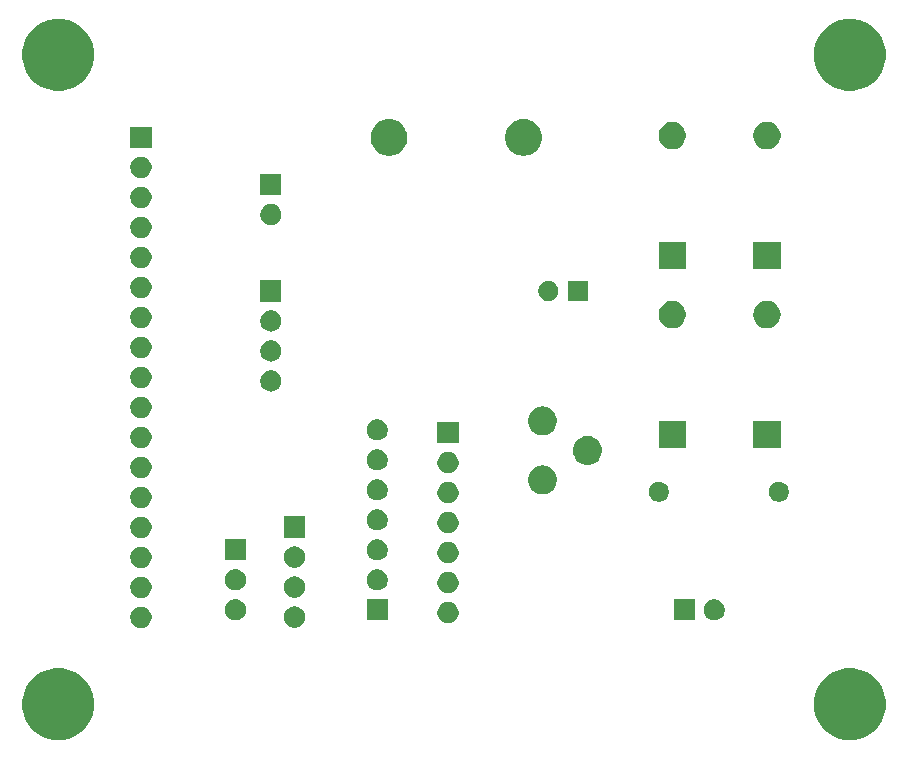
<source format=gbr>
G04 #@! TF.GenerationSoftware,KiCad,Pcbnew,(5.1.5)-3*
G04 #@! TF.CreationDate,2020-04-05T12:45:20+05:30*
G04 #@! TF.ProjectId,Con+fb(v+i),436f6e2b-6662-4287-962b-69292e6b6963,rev?*
G04 #@! TF.SameCoordinates,Original*
G04 #@! TF.FileFunction,Soldermask,Bot*
G04 #@! TF.FilePolarity,Negative*
%FSLAX46Y46*%
G04 Gerber Fmt 4.6, Leading zero omitted, Abs format (unit mm)*
G04 Created by KiCad (PCBNEW (5.1.5)-3) date 2020-04-05 12:45:20*
%MOMM*%
%LPD*%
G04 APERTURE LIST*
%ADD10C,0.100000*%
G04 APERTURE END LIST*
D10*
G36*
X138889943Y-139066248D02*
G01*
X139445189Y-139296238D01*
X139445190Y-139296239D01*
X139944899Y-139630134D01*
X140369866Y-140055101D01*
X140369867Y-140055103D01*
X140703762Y-140554811D01*
X140933752Y-141110057D01*
X141051000Y-141699501D01*
X141051000Y-142300499D01*
X140933752Y-142889943D01*
X140703762Y-143445189D01*
X140703761Y-143445190D01*
X140369866Y-143944899D01*
X139944899Y-144369866D01*
X139693347Y-144537948D01*
X139445189Y-144703762D01*
X138889943Y-144933752D01*
X138300499Y-145051000D01*
X137699501Y-145051000D01*
X137110057Y-144933752D01*
X136554811Y-144703762D01*
X136306653Y-144537948D01*
X136055101Y-144369866D01*
X135630134Y-143944899D01*
X135296239Y-143445190D01*
X135296238Y-143445189D01*
X135066248Y-142889943D01*
X134949000Y-142300499D01*
X134949000Y-141699501D01*
X135066248Y-141110057D01*
X135296238Y-140554811D01*
X135630133Y-140055103D01*
X135630134Y-140055101D01*
X136055101Y-139630134D01*
X136554810Y-139296239D01*
X136554811Y-139296238D01*
X137110057Y-139066248D01*
X137699501Y-138949000D01*
X138300499Y-138949000D01*
X138889943Y-139066248D01*
G37*
G36*
X71889943Y-139066248D02*
G01*
X72445189Y-139296238D01*
X72445190Y-139296239D01*
X72944899Y-139630134D01*
X73369866Y-140055101D01*
X73369867Y-140055103D01*
X73703762Y-140554811D01*
X73933752Y-141110057D01*
X74051000Y-141699501D01*
X74051000Y-142300499D01*
X73933752Y-142889943D01*
X73703762Y-143445189D01*
X73703761Y-143445190D01*
X73369866Y-143944899D01*
X72944899Y-144369866D01*
X72693347Y-144537948D01*
X72445189Y-144703762D01*
X71889943Y-144933752D01*
X71300499Y-145051000D01*
X70699501Y-145051000D01*
X70110057Y-144933752D01*
X69554811Y-144703762D01*
X69306653Y-144537948D01*
X69055101Y-144369866D01*
X68630134Y-143944899D01*
X68296239Y-143445190D01*
X68296238Y-143445189D01*
X68066248Y-142889943D01*
X67949000Y-142300499D01*
X67949000Y-141699501D01*
X68066248Y-141110057D01*
X68296238Y-140554811D01*
X68630133Y-140055103D01*
X68630134Y-140055101D01*
X69055101Y-139630134D01*
X69554810Y-139296239D01*
X69554811Y-139296238D01*
X70110057Y-139066248D01*
X70699501Y-138949000D01*
X71300499Y-138949000D01*
X71889943Y-139066248D01*
G37*
G36*
X78113512Y-133743927D02*
G01*
X78262812Y-133773624D01*
X78426784Y-133841544D01*
X78574354Y-133940147D01*
X78699853Y-134065646D01*
X78798456Y-134213216D01*
X78866376Y-134377188D01*
X78901000Y-134551259D01*
X78901000Y-134728741D01*
X78866376Y-134902812D01*
X78798456Y-135066784D01*
X78699853Y-135214354D01*
X78574354Y-135339853D01*
X78426784Y-135438456D01*
X78262812Y-135506376D01*
X78113512Y-135536073D01*
X78088742Y-135541000D01*
X77911258Y-135541000D01*
X77886488Y-135536073D01*
X77737188Y-135506376D01*
X77573216Y-135438456D01*
X77425646Y-135339853D01*
X77300147Y-135214354D01*
X77201544Y-135066784D01*
X77133624Y-134902812D01*
X77099000Y-134728741D01*
X77099000Y-134551259D01*
X77133624Y-134377188D01*
X77201544Y-134213216D01*
X77300147Y-134065646D01*
X77425646Y-133940147D01*
X77573216Y-133841544D01*
X77737188Y-133773624D01*
X77886488Y-133743927D01*
X77911258Y-133739000D01*
X78088742Y-133739000D01*
X78113512Y-133743927D01*
G37*
G36*
X91113512Y-133723927D02*
G01*
X91262812Y-133753624D01*
X91426784Y-133821544D01*
X91574354Y-133920147D01*
X91699853Y-134045646D01*
X91798456Y-134193216D01*
X91866376Y-134357188D01*
X91901000Y-134531259D01*
X91901000Y-134708741D01*
X91866376Y-134882812D01*
X91798456Y-135046784D01*
X91699853Y-135194354D01*
X91574354Y-135319853D01*
X91426784Y-135418456D01*
X91262812Y-135486376D01*
X91113512Y-135516073D01*
X91088742Y-135521000D01*
X90911258Y-135521000D01*
X90886488Y-135516073D01*
X90737188Y-135486376D01*
X90573216Y-135418456D01*
X90425646Y-135319853D01*
X90300147Y-135194354D01*
X90201544Y-135046784D01*
X90133624Y-134882812D01*
X90099000Y-134708741D01*
X90099000Y-134531259D01*
X90133624Y-134357188D01*
X90201544Y-134193216D01*
X90300147Y-134045646D01*
X90425646Y-133920147D01*
X90573216Y-133821544D01*
X90737188Y-133753624D01*
X90886488Y-133723927D01*
X90911258Y-133719000D01*
X91088742Y-133719000D01*
X91113512Y-133723927D01*
G37*
G36*
X104113512Y-133343927D02*
G01*
X104262812Y-133373624D01*
X104426784Y-133441544D01*
X104574354Y-133540147D01*
X104699853Y-133665646D01*
X104798456Y-133813216D01*
X104866376Y-133977188D01*
X104901000Y-134151259D01*
X104901000Y-134328741D01*
X104866376Y-134502812D01*
X104798456Y-134666784D01*
X104699853Y-134814354D01*
X104574354Y-134939853D01*
X104426784Y-135038456D01*
X104262812Y-135106376D01*
X104113512Y-135136073D01*
X104088742Y-135141000D01*
X103911258Y-135141000D01*
X103886488Y-135136073D01*
X103737188Y-135106376D01*
X103573216Y-135038456D01*
X103425646Y-134939853D01*
X103300147Y-134814354D01*
X103201544Y-134666784D01*
X103133624Y-134502812D01*
X103099000Y-134328741D01*
X103099000Y-134151259D01*
X103133624Y-133977188D01*
X103201544Y-133813216D01*
X103300147Y-133665646D01*
X103425646Y-133540147D01*
X103573216Y-133441544D01*
X103737188Y-133373624D01*
X103886488Y-133343927D01*
X103911258Y-133339000D01*
X104088742Y-133339000D01*
X104113512Y-133343927D01*
G37*
G36*
X126653512Y-133103927D02*
G01*
X126802812Y-133133624D01*
X126966784Y-133201544D01*
X127114354Y-133300147D01*
X127239853Y-133425646D01*
X127338456Y-133573216D01*
X127406376Y-133737188D01*
X127441000Y-133911259D01*
X127441000Y-134088741D01*
X127406376Y-134262812D01*
X127338456Y-134426784D01*
X127239853Y-134574354D01*
X127114354Y-134699853D01*
X126966784Y-134798456D01*
X126802812Y-134866376D01*
X126653512Y-134896073D01*
X126628742Y-134901000D01*
X126451258Y-134901000D01*
X126426488Y-134896073D01*
X126277188Y-134866376D01*
X126113216Y-134798456D01*
X125965646Y-134699853D01*
X125840147Y-134574354D01*
X125741544Y-134426784D01*
X125673624Y-134262812D01*
X125639000Y-134088741D01*
X125639000Y-133911259D01*
X125673624Y-133737188D01*
X125741544Y-133573216D01*
X125840147Y-133425646D01*
X125965646Y-133300147D01*
X126113216Y-133201544D01*
X126277188Y-133133624D01*
X126426488Y-133103927D01*
X126451258Y-133099000D01*
X126628742Y-133099000D01*
X126653512Y-133103927D01*
G37*
G36*
X124901000Y-134901000D02*
G01*
X123099000Y-134901000D01*
X123099000Y-133099000D01*
X124901000Y-133099000D01*
X124901000Y-134901000D01*
G37*
G36*
X98901000Y-134901000D02*
G01*
X97099000Y-134901000D01*
X97099000Y-133099000D01*
X98901000Y-133099000D01*
X98901000Y-134901000D01*
G37*
G36*
X86113512Y-133103927D02*
G01*
X86262812Y-133133624D01*
X86426784Y-133201544D01*
X86574354Y-133300147D01*
X86699853Y-133425646D01*
X86798456Y-133573216D01*
X86866376Y-133737188D01*
X86901000Y-133911259D01*
X86901000Y-134088741D01*
X86866376Y-134262812D01*
X86798456Y-134426784D01*
X86699853Y-134574354D01*
X86574354Y-134699853D01*
X86426784Y-134798456D01*
X86262812Y-134866376D01*
X86113512Y-134896073D01*
X86088742Y-134901000D01*
X85911258Y-134901000D01*
X85886488Y-134896073D01*
X85737188Y-134866376D01*
X85573216Y-134798456D01*
X85425646Y-134699853D01*
X85300147Y-134574354D01*
X85201544Y-134426784D01*
X85133624Y-134262812D01*
X85099000Y-134088741D01*
X85099000Y-133911259D01*
X85133624Y-133737188D01*
X85201544Y-133573216D01*
X85300147Y-133425646D01*
X85425646Y-133300147D01*
X85573216Y-133201544D01*
X85737188Y-133133624D01*
X85886488Y-133103927D01*
X85911258Y-133099000D01*
X86088742Y-133099000D01*
X86113512Y-133103927D01*
G37*
G36*
X78113512Y-131203927D02*
G01*
X78262812Y-131233624D01*
X78426784Y-131301544D01*
X78574354Y-131400147D01*
X78699853Y-131525646D01*
X78798456Y-131673216D01*
X78866376Y-131837188D01*
X78901000Y-132011259D01*
X78901000Y-132188741D01*
X78866376Y-132362812D01*
X78798456Y-132526784D01*
X78699853Y-132674354D01*
X78574354Y-132799853D01*
X78426784Y-132898456D01*
X78262812Y-132966376D01*
X78113512Y-132996073D01*
X78088742Y-133001000D01*
X77911258Y-133001000D01*
X77886488Y-132996073D01*
X77737188Y-132966376D01*
X77573216Y-132898456D01*
X77425646Y-132799853D01*
X77300147Y-132674354D01*
X77201544Y-132526784D01*
X77133624Y-132362812D01*
X77099000Y-132188741D01*
X77099000Y-132011259D01*
X77133624Y-131837188D01*
X77201544Y-131673216D01*
X77300147Y-131525646D01*
X77425646Y-131400147D01*
X77573216Y-131301544D01*
X77737188Y-131233624D01*
X77886488Y-131203927D01*
X77911258Y-131199000D01*
X78088742Y-131199000D01*
X78113512Y-131203927D01*
G37*
G36*
X91113512Y-131183927D02*
G01*
X91262812Y-131213624D01*
X91426784Y-131281544D01*
X91574354Y-131380147D01*
X91699853Y-131505646D01*
X91798456Y-131653216D01*
X91866376Y-131817188D01*
X91901000Y-131991259D01*
X91901000Y-132168741D01*
X91866376Y-132342812D01*
X91798456Y-132506784D01*
X91699853Y-132654354D01*
X91574354Y-132779853D01*
X91426784Y-132878456D01*
X91262812Y-132946376D01*
X91113512Y-132976073D01*
X91088742Y-132981000D01*
X90911258Y-132981000D01*
X90886488Y-132976073D01*
X90737188Y-132946376D01*
X90573216Y-132878456D01*
X90425646Y-132779853D01*
X90300147Y-132654354D01*
X90201544Y-132506784D01*
X90133624Y-132342812D01*
X90099000Y-132168741D01*
X90099000Y-131991259D01*
X90133624Y-131817188D01*
X90201544Y-131653216D01*
X90300147Y-131505646D01*
X90425646Y-131380147D01*
X90573216Y-131281544D01*
X90737188Y-131213624D01*
X90886488Y-131183927D01*
X90911258Y-131179000D01*
X91088742Y-131179000D01*
X91113512Y-131183927D01*
G37*
G36*
X104113512Y-130803927D02*
G01*
X104262812Y-130833624D01*
X104426784Y-130901544D01*
X104574354Y-131000147D01*
X104699853Y-131125646D01*
X104798456Y-131273216D01*
X104866376Y-131437188D01*
X104901000Y-131611259D01*
X104901000Y-131788741D01*
X104866376Y-131962812D01*
X104798456Y-132126784D01*
X104699853Y-132274354D01*
X104574354Y-132399853D01*
X104426784Y-132498456D01*
X104262812Y-132566376D01*
X104113512Y-132596073D01*
X104088742Y-132601000D01*
X103911258Y-132601000D01*
X103886488Y-132596073D01*
X103737188Y-132566376D01*
X103573216Y-132498456D01*
X103425646Y-132399853D01*
X103300147Y-132274354D01*
X103201544Y-132126784D01*
X103133624Y-131962812D01*
X103099000Y-131788741D01*
X103099000Y-131611259D01*
X103133624Y-131437188D01*
X103201544Y-131273216D01*
X103300147Y-131125646D01*
X103425646Y-131000147D01*
X103573216Y-130901544D01*
X103737188Y-130833624D01*
X103886488Y-130803927D01*
X103911258Y-130799000D01*
X104088742Y-130799000D01*
X104113512Y-130803927D01*
G37*
G36*
X98113512Y-130563927D02*
G01*
X98262812Y-130593624D01*
X98426784Y-130661544D01*
X98574354Y-130760147D01*
X98699853Y-130885646D01*
X98798456Y-131033216D01*
X98866376Y-131197188D01*
X98901000Y-131371259D01*
X98901000Y-131548741D01*
X98866376Y-131722812D01*
X98798456Y-131886784D01*
X98699853Y-132034354D01*
X98574354Y-132159853D01*
X98426784Y-132258456D01*
X98262812Y-132326376D01*
X98113512Y-132356073D01*
X98088742Y-132361000D01*
X97911258Y-132361000D01*
X97886488Y-132356073D01*
X97737188Y-132326376D01*
X97573216Y-132258456D01*
X97425646Y-132159853D01*
X97300147Y-132034354D01*
X97201544Y-131886784D01*
X97133624Y-131722812D01*
X97099000Y-131548741D01*
X97099000Y-131371259D01*
X97133624Y-131197188D01*
X97201544Y-131033216D01*
X97300147Y-130885646D01*
X97425646Y-130760147D01*
X97573216Y-130661544D01*
X97737188Y-130593624D01*
X97886488Y-130563927D01*
X97911258Y-130559000D01*
X98088742Y-130559000D01*
X98113512Y-130563927D01*
G37*
G36*
X86113512Y-130563927D02*
G01*
X86262812Y-130593624D01*
X86426784Y-130661544D01*
X86574354Y-130760147D01*
X86699853Y-130885646D01*
X86798456Y-131033216D01*
X86866376Y-131197188D01*
X86901000Y-131371259D01*
X86901000Y-131548741D01*
X86866376Y-131722812D01*
X86798456Y-131886784D01*
X86699853Y-132034354D01*
X86574354Y-132159853D01*
X86426784Y-132258456D01*
X86262812Y-132326376D01*
X86113512Y-132356073D01*
X86088742Y-132361000D01*
X85911258Y-132361000D01*
X85886488Y-132356073D01*
X85737188Y-132326376D01*
X85573216Y-132258456D01*
X85425646Y-132159853D01*
X85300147Y-132034354D01*
X85201544Y-131886784D01*
X85133624Y-131722812D01*
X85099000Y-131548741D01*
X85099000Y-131371259D01*
X85133624Y-131197188D01*
X85201544Y-131033216D01*
X85300147Y-130885646D01*
X85425646Y-130760147D01*
X85573216Y-130661544D01*
X85737188Y-130593624D01*
X85886488Y-130563927D01*
X85911258Y-130559000D01*
X86088742Y-130559000D01*
X86113512Y-130563927D01*
G37*
G36*
X78113512Y-128663927D02*
G01*
X78262812Y-128693624D01*
X78426784Y-128761544D01*
X78574354Y-128860147D01*
X78699853Y-128985646D01*
X78798456Y-129133216D01*
X78866376Y-129297188D01*
X78901000Y-129471259D01*
X78901000Y-129648741D01*
X78866376Y-129822812D01*
X78798456Y-129986784D01*
X78699853Y-130134354D01*
X78574354Y-130259853D01*
X78426784Y-130358456D01*
X78262812Y-130426376D01*
X78113512Y-130456073D01*
X78088742Y-130461000D01*
X77911258Y-130461000D01*
X77886488Y-130456073D01*
X77737188Y-130426376D01*
X77573216Y-130358456D01*
X77425646Y-130259853D01*
X77300147Y-130134354D01*
X77201544Y-129986784D01*
X77133624Y-129822812D01*
X77099000Y-129648741D01*
X77099000Y-129471259D01*
X77133624Y-129297188D01*
X77201544Y-129133216D01*
X77300147Y-128985646D01*
X77425646Y-128860147D01*
X77573216Y-128761544D01*
X77737188Y-128693624D01*
X77886488Y-128663927D01*
X77911258Y-128659000D01*
X78088742Y-128659000D01*
X78113512Y-128663927D01*
G37*
G36*
X91113512Y-128643927D02*
G01*
X91262812Y-128673624D01*
X91426784Y-128741544D01*
X91574354Y-128840147D01*
X91699853Y-128965646D01*
X91798456Y-129113216D01*
X91866376Y-129277188D01*
X91901000Y-129451259D01*
X91901000Y-129628741D01*
X91866376Y-129802812D01*
X91798456Y-129966784D01*
X91699853Y-130114354D01*
X91574354Y-130239853D01*
X91426784Y-130338456D01*
X91262812Y-130406376D01*
X91113512Y-130436073D01*
X91088742Y-130441000D01*
X90911258Y-130441000D01*
X90886488Y-130436073D01*
X90737188Y-130406376D01*
X90573216Y-130338456D01*
X90425646Y-130239853D01*
X90300147Y-130114354D01*
X90201544Y-129966784D01*
X90133624Y-129802812D01*
X90099000Y-129628741D01*
X90099000Y-129451259D01*
X90133624Y-129277188D01*
X90201544Y-129113216D01*
X90300147Y-128965646D01*
X90425646Y-128840147D01*
X90573216Y-128741544D01*
X90737188Y-128673624D01*
X90886488Y-128643927D01*
X90911258Y-128639000D01*
X91088742Y-128639000D01*
X91113512Y-128643927D01*
G37*
G36*
X104113512Y-128263927D02*
G01*
X104262812Y-128293624D01*
X104426784Y-128361544D01*
X104574354Y-128460147D01*
X104699853Y-128585646D01*
X104798456Y-128733216D01*
X104866376Y-128897188D01*
X104901000Y-129071259D01*
X104901000Y-129248741D01*
X104866376Y-129422812D01*
X104798456Y-129586784D01*
X104699853Y-129734354D01*
X104574354Y-129859853D01*
X104426784Y-129958456D01*
X104262812Y-130026376D01*
X104113512Y-130056073D01*
X104088742Y-130061000D01*
X103911258Y-130061000D01*
X103886488Y-130056073D01*
X103737188Y-130026376D01*
X103573216Y-129958456D01*
X103425646Y-129859853D01*
X103300147Y-129734354D01*
X103201544Y-129586784D01*
X103133624Y-129422812D01*
X103099000Y-129248741D01*
X103099000Y-129071259D01*
X103133624Y-128897188D01*
X103201544Y-128733216D01*
X103300147Y-128585646D01*
X103425646Y-128460147D01*
X103573216Y-128361544D01*
X103737188Y-128293624D01*
X103886488Y-128263927D01*
X103911258Y-128259000D01*
X104088742Y-128259000D01*
X104113512Y-128263927D01*
G37*
G36*
X86901000Y-129821000D02*
G01*
X85099000Y-129821000D01*
X85099000Y-128019000D01*
X86901000Y-128019000D01*
X86901000Y-129821000D01*
G37*
G36*
X98113512Y-128023927D02*
G01*
X98262812Y-128053624D01*
X98426784Y-128121544D01*
X98574354Y-128220147D01*
X98699853Y-128345646D01*
X98798456Y-128493216D01*
X98866376Y-128657188D01*
X98901000Y-128831259D01*
X98901000Y-129008741D01*
X98866376Y-129182812D01*
X98798456Y-129346784D01*
X98699853Y-129494354D01*
X98574354Y-129619853D01*
X98426784Y-129718456D01*
X98262812Y-129786376D01*
X98113512Y-129816073D01*
X98088742Y-129821000D01*
X97911258Y-129821000D01*
X97886488Y-129816073D01*
X97737188Y-129786376D01*
X97573216Y-129718456D01*
X97425646Y-129619853D01*
X97300147Y-129494354D01*
X97201544Y-129346784D01*
X97133624Y-129182812D01*
X97099000Y-129008741D01*
X97099000Y-128831259D01*
X97133624Y-128657188D01*
X97201544Y-128493216D01*
X97300147Y-128345646D01*
X97425646Y-128220147D01*
X97573216Y-128121544D01*
X97737188Y-128053624D01*
X97886488Y-128023927D01*
X97911258Y-128019000D01*
X98088742Y-128019000D01*
X98113512Y-128023927D01*
G37*
G36*
X78113512Y-126123927D02*
G01*
X78262812Y-126153624D01*
X78426784Y-126221544D01*
X78574354Y-126320147D01*
X78699853Y-126445646D01*
X78798456Y-126593216D01*
X78866376Y-126757188D01*
X78901000Y-126931259D01*
X78901000Y-127108741D01*
X78866376Y-127282812D01*
X78798456Y-127446784D01*
X78699853Y-127594354D01*
X78574354Y-127719853D01*
X78426784Y-127818456D01*
X78262812Y-127886376D01*
X78113512Y-127916073D01*
X78088742Y-127921000D01*
X77911258Y-127921000D01*
X77886488Y-127916073D01*
X77737188Y-127886376D01*
X77573216Y-127818456D01*
X77425646Y-127719853D01*
X77300147Y-127594354D01*
X77201544Y-127446784D01*
X77133624Y-127282812D01*
X77099000Y-127108741D01*
X77099000Y-126931259D01*
X77133624Y-126757188D01*
X77201544Y-126593216D01*
X77300147Y-126445646D01*
X77425646Y-126320147D01*
X77573216Y-126221544D01*
X77737188Y-126153624D01*
X77886488Y-126123927D01*
X77911258Y-126119000D01*
X78088742Y-126119000D01*
X78113512Y-126123927D01*
G37*
G36*
X91901000Y-127901000D02*
G01*
X90099000Y-127901000D01*
X90099000Y-126099000D01*
X91901000Y-126099000D01*
X91901000Y-127901000D01*
G37*
G36*
X104113512Y-125723927D02*
G01*
X104262812Y-125753624D01*
X104426784Y-125821544D01*
X104574354Y-125920147D01*
X104699853Y-126045646D01*
X104798456Y-126193216D01*
X104866376Y-126357188D01*
X104901000Y-126531259D01*
X104901000Y-126708741D01*
X104866376Y-126882812D01*
X104798456Y-127046784D01*
X104699853Y-127194354D01*
X104574354Y-127319853D01*
X104426784Y-127418456D01*
X104262812Y-127486376D01*
X104113512Y-127516073D01*
X104088742Y-127521000D01*
X103911258Y-127521000D01*
X103886488Y-127516073D01*
X103737188Y-127486376D01*
X103573216Y-127418456D01*
X103425646Y-127319853D01*
X103300147Y-127194354D01*
X103201544Y-127046784D01*
X103133624Y-126882812D01*
X103099000Y-126708741D01*
X103099000Y-126531259D01*
X103133624Y-126357188D01*
X103201544Y-126193216D01*
X103300147Y-126045646D01*
X103425646Y-125920147D01*
X103573216Y-125821544D01*
X103737188Y-125753624D01*
X103886488Y-125723927D01*
X103911258Y-125719000D01*
X104088742Y-125719000D01*
X104113512Y-125723927D01*
G37*
G36*
X98113512Y-125483927D02*
G01*
X98262812Y-125513624D01*
X98426784Y-125581544D01*
X98574354Y-125680147D01*
X98699853Y-125805646D01*
X98798456Y-125953216D01*
X98866376Y-126117188D01*
X98901000Y-126291259D01*
X98901000Y-126468741D01*
X98866376Y-126642812D01*
X98798456Y-126806784D01*
X98699853Y-126954354D01*
X98574354Y-127079853D01*
X98426784Y-127178456D01*
X98262812Y-127246376D01*
X98113512Y-127276073D01*
X98088742Y-127281000D01*
X97911258Y-127281000D01*
X97886488Y-127276073D01*
X97737188Y-127246376D01*
X97573216Y-127178456D01*
X97425646Y-127079853D01*
X97300147Y-126954354D01*
X97201544Y-126806784D01*
X97133624Y-126642812D01*
X97099000Y-126468741D01*
X97099000Y-126291259D01*
X97133624Y-126117188D01*
X97201544Y-125953216D01*
X97300147Y-125805646D01*
X97425646Y-125680147D01*
X97573216Y-125581544D01*
X97737188Y-125513624D01*
X97886488Y-125483927D01*
X97911258Y-125479000D01*
X98088742Y-125479000D01*
X98113512Y-125483927D01*
G37*
G36*
X78113512Y-123583927D02*
G01*
X78262812Y-123613624D01*
X78426784Y-123681544D01*
X78574354Y-123780147D01*
X78699853Y-123905646D01*
X78798456Y-124053216D01*
X78866376Y-124217188D01*
X78901000Y-124391259D01*
X78901000Y-124568741D01*
X78866376Y-124742812D01*
X78798456Y-124906784D01*
X78699853Y-125054354D01*
X78574354Y-125179853D01*
X78426784Y-125278456D01*
X78262812Y-125346376D01*
X78113512Y-125376073D01*
X78088742Y-125381000D01*
X77911258Y-125381000D01*
X77886488Y-125376073D01*
X77737188Y-125346376D01*
X77573216Y-125278456D01*
X77425646Y-125179853D01*
X77300147Y-125054354D01*
X77201544Y-124906784D01*
X77133624Y-124742812D01*
X77099000Y-124568741D01*
X77099000Y-124391259D01*
X77133624Y-124217188D01*
X77201544Y-124053216D01*
X77300147Y-123905646D01*
X77425646Y-123780147D01*
X77573216Y-123681544D01*
X77737188Y-123613624D01*
X77886488Y-123583927D01*
X77911258Y-123579000D01*
X78088742Y-123579000D01*
X78113512Y-123583927D01*
G37*
G36*
X104113512Y-123183927D02*
G01*
X104262812Y-123213624D01*
X104426784Y-123281544D01*
X104574354Y-123380147D01*
X104699853Y-123505646D01*
X104798456Y-123653216D01*
X104866376Y-123817188D01*
X104896073Y-123966488D01*
X104901000Y-123991258D01*
X104901000Y-124168742D01*
X104896073Y-124193512D01*
X104866376Y-124342812D01*
X104798456Y-124506784D01*
X104699853Y-124654354D01*
X104574354Y-124779853D01*
X104426784Y-124878456D01*
X104262812Y-124946376D01*
X104113512Y-124976073D01*
X104088742Y-124981000D01*
X103911258Y-124981000D01*
X103886488Y-124976073D01*
X103737188Y-124946376D01*
X103573216Y-124878456D01*
X103425646Y-124779853D01*
X103300147Y-124654354D01*
X103201544Y-124506784D01*
X103133624Y-124342812D01*
X103103927Y-124193512D01*
X103099000Y-124168742D01*
X103099000Y-123991258D01*
X103103927Y-123966488D01*
X103133624Y-123817188D01*
X103201544Y-123653216D01*
X103300147Y-123505646D01*
X103425646Y-123380147D01*
X103573216Y-123281544D01*
X103737188Y-123213624D01*
X103886488Y-123183927D01*
X103911258Y-123179000D01*
X104088742Y-123179000D01*
X104113512Y-123183927D01*
G37*
G36*
X132248228Y-123181703D02*
G01*
X132403100Y-123245853D01*
X132542481Y-123338985D01*
X132661015Y-123457519D01*
X132754147Y-123596900D01*
X132818297Y-123751772D01*
X132851000Y-123916184D01*
X132851000Y-124083816D01*
X132818297Y-124248228D01*
X132754147Y-124403100D01*
X132661015Y-124542481D01*
X132542481Y-124661015D01*
X132403100Y-124754147D01*
X132248228Y-124818297D01*
X132083816Y-124851000D01*
X131916184Y-124851000D01*
X131751772Y-124818297D01*
X131596900Y-124754147D01*
X131457519Y-124661015D01*
X131338985Y-124542481D01*
X131245853Y-124403100D01*
X131181703Y-124248228D01*
X131149000Y-124083816D01*
X131149000Y-123916184D01*
X131181703Y-123751772D01*
X131245853Y-123596900D01*
X131338985Y-123457519D01*
X131457519Y-123338985D01*
X131596900Y-123245853D01*
X131751772Y-123181703D01*
X131916184Y-123149000D01*
X132083816Y-123149000D01*
X132248228Y-123181703D01*
G37*
G36*
X122088228Y-123181703D02*
G01*
X122243100Y-123245853D01*
X122382481Y-123338985D01*
X122501015Y-123457519D01*
X122594147Y-123596900D01*
X122658297Y-123751772D01*
X122691000Y-123916184D01*
X122691000Y-124083816D01*
X122658297Y-124248228D01*
X122594147Y-124403100D01*
X122501015Y-124542481D01*
X122382481Y-124661015D01*
X122243100Y-124754147D01*
X122088228Y-124818297D01*
X121923816Y-124851000D01*
X121756184Y-124851000D01*
X121591772Y-124818297D01*
X121436900Y-124754147D01*
X121297519Y-124661015D01*
X121178985Y-124542481D01*
X121085853Y-124403100D01*
X121021703Y-124248228D01*
X120989000Y-124083816D01*
X120989000Y-123916184D01*
X121021703Y-123751772D01*
X121085853Y-123596900D01*
X121178985Y-123457519D01*
X121297519Y-123338985D01*
X121436900Y-123245853D01*
X121591772Y-123181703D01*
X121756184Y-123149000D01*
X121923816Y-123149000D01*
X122088228Y-123181703D01*
G37*
G36*
X98113512Y-122943927D02*
G01*
X98262812Y-122973624D01*
X98426784Y-123041544D01*
X98574354Y-123140147D01*
X98699853Y-123265646D01*
X98798456Y-123413216D01*
X98866376Y-123577188D01*
X98901000Y-123751259D01*
X98901000Y-123928741D01*
X98866376Y-124102812D01*
X98798456Y-124266784D01*
X98699853Y-124414354D01*
X98574354Y-124539853D01*
X98426784Y-124638456D01*
X98262812Y-124706376D01*
X98113512Y-124736073D01*
X98088742Y-124741000D01*
X97911258Y-124741000D01*
X97886488Y-124736073D01*
X97737188Y-124706376D01*
X97573216Y-124638456D01*
X97425646Y-124539853D01*
X97300147Y-124414354D01*
X97201544Y-124266784D01*
X97133624Y-124102812D01*
X97099000Y-123928741D01*
X97099000Y-123751259D01*
X97133624Y-123577188D01*
X97201544Y-123413216D01*
X97300147Y-123265646D01*
X97425646Y-123140147D01*
X97573216Y-123041544D01*
X97737188Y-122973624D01*
X97886488Y-122943927D01*
X97911258Y-122939000D01*
X98088742Y-122939000D01*
X98113512Y-122943927D01*
G37*
G36*
X112238205Y-121802461D02*
G01*
X112356153Y-121825922D01*
X112417319Y-121851258D01*
X112578359Y-121917963D01*
X112778342Y-122051587D01*
X112948413Y-122221658D01*
X113082037Y-122421641D01*
X113120440Y-122514354D01*
X113174078Y-122643847D01*
X113221000Y-122879742D01*
X113221000Y-123120258D01*
X113174078Y-123356153D01*
X113150441Y-123413218D01*
X113082037Y-123578359D01*
X112948413Y-123778342D01*
X112778342Y-123948413D01*
X112578359Y-124082037D01*
X112448194Y-124135953D01*
X112356153Y-124174078D01*
X112120259Y-124221000D01*
X111879741Y-124221000D01*
X111643847Y-124174078D01*
X111551806Y-124135953D01*
X111421641Y-124082037D01*
X111221658Y-123948413D01*
X111051587Y-123778342D01*
X110917963Y-123578359D01*
X110849559Y-123413218D01*
X110825922Y-123356153D01*
X110779000Y-123120258D01*
X110779000Y-122879742D01*
X110825922Y-122643847D01*
X110879560Y-122514354D01*
X110917963Y-122421641D01*
X111051587Y-122221658D01*
X111221658Y-122051587D01*
X111421641Y-121917963D01*
X111582681Y-121851258D01*
X111643847Y-121825922D01*
X111761795Y-121802461D01*
X111879741Y-121779000D01*
X112120259Y-121779000D01*
X112238205Y-121802461D01*
G37*
G36*
X78113512Y-121043927D02*
G01*
X78262812Y-121073624D01*
X78426784Y-121141544D01*
X78574354Y-121240147D01*
X78699853Y-121365646D01*
X78798456Y-121513216D01*
X78866376Y-121677188D01*
X78901000Y-121851259D01*
X78901000Y-122028741D01*
X78866376Y-122202812D01*
X78798456Y-122366784D01*
X78699853Y-122514354D01*
X78574354Y-122639853D01*
X78426784Y-122738456D01*
X78262812Y-122806376D01*
X78113512Y-122836073D01*
X78088742Y-122841000D01*
X77911258Y-122841000D01*
X77886488Y-122836073D01*
X77737188Y-122806376D01*
X77573216Y-122738456D01*
X77425646Y-122639853D01*
X77300147Y-122514354D01*
X77201544Y-122366784D01*
X77133624Y-122202812D01*
X77099000Y-122028741D01*
X77099000Y-121851259D01*
X77133624Y-121677188D01*
X77201544Y-121513216D01*
X77300147Y-121365646D01*
X77425646Y-121240147D01*
X77573216Y-121141544D01*
X77737188Y-121073624D01*
X77886488Y-121043927D01*
X77911258Y-121039000D01*
X78088742Y-121039000D01*
X78113512Y-121043927D01*
G37*
G36*
X104113512Y-120643927D02*
G01*
X104262812Y-120673624D01*
X104426784Y-120741544D01*
X104574354Y-120840147D01*
X104699853Y-120965646D01*
X104798456Y-121113216D01*
X104866376Y-121277188D01*
X104901000Y-121451259D01*
X104901000Y-121628741D01*
X104866376Y-121802812D01*
X104798456Y-121966784D01*
X104699853Y-122114354D01*
X104574354Y-122239853D01*
X104426784Y-122338456D01*
X104262812Y-122406376D01*
X104113512Y-122436073D01*
X104088742Y-122441000D01*
X103911258Y-122441000D01*
X103886488Y-122436073D01*
X103737188Y-122406376D01*
X103573216Y-122338456D01*
X103425646Y-122239853D01*
X103300147Y-122114354D01*
X103201544Y-121966784D01*
X103133624Y-121802812D01*
X103099000Y-121628741D01*
X103099000Y-121451259D01*
X103133624Y-121277188D01*
X103201544Y-121113216D01*
X103300147Y-120965646D01*
X103425646Y-120840147D01*
X103573216Y-120741544D01*
X103737188Y-120673624D01*
X103886488Y-120643927D01*
X103911258Y-120639000D01*
X104088742Y-120639000D01*
X104113512Y-120643927D01*
G37*
G36*
X98113512Y-120403927D02*
G01*
X98262812Y-120433624D01*
X98426784Y-120501544D01*
X98574354Y-120600147D01*
X98699853Y-120725646D01*
X98798456Y-120873216D01*
X98866376Y-121037188D01*
X98901000Y-121211259D01*
X98901000Y-121388741D01*
X98866376Y-121562812D01*
X98798456Y-121726784D01*
X98699853Y-121874354D01*
X98574354Y-121999853D01*
X98426784Y-122098456D01*
X98262812Y-122166376D01*
X98113512Y-122196073D01*
X98088742Y-122201000D01*
X97911258Y-122201000D01*
X97886488Y-122196073D01*
X97737188Y-122166376D01*
X97573216Y-122098456D01*
X97425646Y-121999853D01*
X97300147Y-121874354D01*
X97201544Y-121726784D01*
X97133624Y-121562812D01*
X97099000Y-121388741D01*
X97099000Y-121211259D01*
X97133624Y-121037188D01*
X97201544Y-120873216D01*
X97300147Y-120725646D01*
X97425646Y-120600147D01*
X97573216Y-120501544D01*
X97737188Y-120433624D01*
X97886488Y-120403927D01*
X97911258Y-120399000D01*
X98088742Y-120399000D01*
X98113512Y-120403927D01*
G37*
G36*
X116038205Y-119302461D02*
G01*
X116156153Y-119325922D01*
X116176509Y-119334354D01*
X116378359Y-119417963D01*
X116578342Y-119551587D01*
X116748413Y-119721658D01*
X116882037Y-119921641D01*
X116903871Y-119974353D01*
X116955855Y-120099852D01*
X116974078Y-120143848D01*
X117007327Y-120311000D01*
X117021000Y-120379742D01*
X117021000Y-120620258D01*
X116977262Y-120840148D01*
X116974078Y-120856152D01*
X116882037Y-121078359D01*
X116748413Y-121278342D01*
X116578342Y-121448413D01*
X116378359Y-121582037D01*
X116265605Y-121628741D01*
X116156153Y-121674078D01*
X115920259Y-121721000D01*
X115679741Y-121721000D01*
X115443847Y-121674078D01*
X115334395Y-121628741D01*
X115221641Y-121582037D01*
X115021658Y-121448413D01*
X114851587Y-121278342D01*
X114717963Y-121078359D01*
X114625922Y-120856152D01*
X114622739Y-120840148D01*
X114579000Y-120620258D01*
X114579000Y-120379742D01*
X114592674Y-120311000D01*
X114625922Y-120143848D01*
X114644146Y-120099852D01*
X114696129Y-119974353D01*
X114717963Y-119921641D01*
X114851587Y-119721658D01*
X115021658Y-119551587D01*
X115221641Y-119417963D01*
X115423491Y-119334354D01*
X115443847Y-119325922D01*
X115561795Y-119302461D01*
X115679741Y-119279000D01*
X115920259Y-119279000D01*
X116038205Y-119302461D01*
G37*
G36*
X124151000Y-120311000D02*
G01*
X121849000Y-120311000D01*
X121849000Y-118009000D01*
X124151000Y-118009000D01*
X124151000Y-120311000D01*
G37*
G36*
X132151000Y-120311000D02*
G01*
X129849000Y-120311000D01*
X129849000Y-118009000D01*
X132151000Y-118009000D01*
X132151000Y-120311000D01*
G37*
G36*
X78113512Y-118503927D02*
G01*
X78262812Y-118533624D01*
X78426784Y-118601544D01*
X78574354Y-118700147D01*
X78699853Y-118825646D01*
X78798456Y-118973216D01*
X78866376Y-119137188D01*
X78901000Y-119311259D01*
X78901000Y-119488741D01*
X78866376Y-119662812D01*
X78798456Y-119826784D01*
X78699853Y-119974354D01*
X78574354Y-120099853D01*
X78426784Y-120198456D01*
X78262812Y-120266376D01*
X78113512Y-120296073D01*
X78088742Y-120301000D01*
X77911258Y-120301000D01*
X77886488Y-120296073D01*
X77737188Y-120266376D01*
X77573216Y-120198456D01*
X77425646Y-120099853D01*
X77300147Y-119974354D01*
X77201544Y-119826784D01*
X77133624Y-119662812D01*
X77099000Y-119488741D01*
X77099000Y-119311259D01*
X77133624Y-119137188D01*
X77201544Y-118973216D01*
X77300147Y-118825646D01*
X77425646Y-118700147D01*
X77573216Y-118601544D01*
X77737188Y-118533624D01*
X77886488Y-118503927D01*
X77911258Y-118499000D01*
X78088742Y-118499000D01*
X78113512Y-118503927D01*
G37*
G36*
X104901000Y-119901000D02*
G01*
X103099000Y-119901000D01*
X103099000Y-118099000D01*
X104901000Y-118099000D01*
X104901000Y-119901000D01*
G37*
G36*
X98113512Y-117863927D02*
G01*
X98262812Y-117893624D01*
X98426784Y-117961544D01*
X98574354Y-118060147D01*
X98699853Y-118185646D01*
X98798456Y-118333216D01*
X98866376Y-118497188D01*
X98901000Y-118671259D01*
X98901000Y-118848741D01*
X98866376Y-119022812D01*
X98798456Y-119186784D01*
X98699853Y-119334354D01*
X98574354Y-119459853D01*
X98426784Y-119558456D01*
X98262812Y-119626376D01*
X98113512Y-119656073D01*
X98088742Y-119661000D01*
X97911258Y-119661000D01*
X97886488Y-119656073D01*
X97737188Y-119626376D01*
X97573216Y-119558456D01*
X97425646Y-119459853D01*
X97300147Y-119334354D01*
X97201544Y-119186784D01*
X97133624Y-119022812D01*
X97099000Y-118848741D01*
X97099000Y-118671259D01*
X97133624Y-118497188D01*
X97201544Y-118333216D01*
X97300147Y-118185646D01*
X97425646Y-118060147D01*
X97573216Y-117961544D01*
X97737188Y-117893624D01*
X97886488Y-117863927D01*
X97911258Y-117859000D01*
X98088742Y-117859000D01*
X98113512Y-117863927D01*
G37*
G36*
X112238205Y-116802461D02*
G01*
X112356153Y-116825922D01*
X112448194Y-116864047D01*
X112578359Y-116917963D01*
X112778342Y-117051587D01*
X112948413Y-117221658D01*
X113082037Y-117421641D01*
X113174078Y-117643848D01*
X113221000Y-117879741D01*
X113221000Y-118120259D01*
X113174078Y-118356152D01*
X113082037Y-118578359D01*
X112948413Y-118778342D01*
X112778342Y-118948413D01*
X112578359Y-119082037D01*
X112448194Y-119135953D01*
X112356153Y-119174078D01*
X112292285Y-119186782D01*
X112120259Y-119221000D01*
X111879741Y-119221000D01*
X111707715Y-119186782D01*
X111643847Y-119174078D01*
X111551806Y-119135953D01*
X111421641Y-119082037D01*
X111221658Y-118948413D01*
X111051587Y-118778342D01*
X110917963Y-118578359D01*
X110825922Y-118356152D01*
X110779000Y-118120259D01*
X110779000Y-117879741D01*
X110825922Y-117643848D01*
X110917963Y-117421641D01*
X111051587Y-117221658D01*
X111221658Y-117051587D01*
X111421641Y-116917963D01*
X111551806Y-116864047D01*
X111643847Y-116825922D01*
X111761795Y-116802461D01*
X111879741Y-116779000D01*
X112120259Y-116779000D01*
X112238205Y-116802461D01*
G37*
G36*
X78113512Y-115963927D02*
G01*
X78262812Y-115993624D01*
X78426784Y-116061544D01*
X78574354Y-116160147D01*
X78699853Y-116285646D01*
X78798456Y-116433216D01*
X78866376Y-116597188D01*
X78901000Y-116771259D01*
X78901000Y-116948741D01*
X78866376Y-117122812D01*
X78798456Y-117286784D01*
X78699853Y-117434354D01*
X78574354Y-117559853D01*
X78426784Y-117658456D01*
X78262812Y-117726376D01*
X78113512Y-117756073D01*
X78088742Y-117761000D01*
X77911258Y-117761000D01*
X77886488Y-117756073D01*
X77737188Y-117726376D01*
X77573216Y-117658456D01*
X77425646Y-117559853D01*
X77300147Y-117434354D01*
X77201544Y-117286784D01*
X77133624Y-117122812D01*
X77099000Y-116948741D01*
X77099000Y-116771259D01*
X77133624Y-116597188D01*
X77201544Y-116433216D01*
X77300147Y-116285646D01*
X77425646Y-116160147D01*
X77573216Y-116061544D01*
X77737188Y-115993624D01*
X77886488Y-115963927D01*
X77911258Y-115959000D01*
X78088742Y-115959000D01*
X78113512Y-115963927D01*
G37*
G36*
X89113512Y-113723927D02*
G01*
X89262812Y-113753624D01*
X89426784Y-113821544D01*
X89574354Y-113920147D01*
X89699853Y-114045646D01*
X89798456Y-114193216D01*
X89866376Y-114357188D01*
X89901000Y-114531259D01*
X89901000Y-114708741D01*
X89866376Y-114882812D01*
X89798456Y-115046784D01*
X89699853Y-115194354D01*
X89574354Y-115319853D01*
X89426784Y-115418456D01*
X89262812Y-115486376D01*
X89113512Y-115516073D01*
X89088742Y-115521000D01*
X88911258Y-115521000D01*
X88886488Y-115516073D01*
X88737188Y-115486376D01*
X88573216Y-115418456D01*
X88425646Y-115319853D01*
X88300147Y-115194354D01*
X88201544Y-115046784D01*
X88133624Y-114882812D01*
X88099000Y-114708741D01*
X88099000Y-114531259D01*
X88133624Y-114357188D01*
X88201544Y-114193216D01*
X88300147Y-114045646D01*
X88425646Y-113920147D01*
X88573216Y-113821544D01*
X88737188Y-113753624D01*
X88886488Y-113723927D01*
X88911258Y-113719000D01*
X89088742Y-113719000D01*
X89113512Y-113723927D01*
G37*
G36*
X78113512Y-113423927D02*
G01*
X78262812Y-113453624D01*
X78426784Y-113521544D01*
X78574354Y-113620147D01*
X78699853Y-113745646D01*
X78798456Y-113893216D01*
X78866376Y-114057188D01*
X78901000Y-114231259D01*
X78901000Y-114408741D01*
X78866376Y-114582812D01*
X78798456Y-114746784D01*
X78699853Y-114894354D01*
X78574354Y-115019853D01*
X78426784Y-115118456D01*
X78262812Y-115186376D01*
X78113512Y-115216073D01*
X78088742Y-115221000D01*
X77911258Y-115221000D01*
X77886488Y-115216073D01*
X77737188Y-115186376D01*
X77573216Y-115118456D01*
X77425646Y-115019853D01*
X77300147Y-114894354D01*
X77201544Y-114746784D01*
X77133624Y-114582812D01*
X77099000Y-114408741D01*
X77099000Y-114231259D01*
X77133624Y-114057188D01*
X77201544Y-113893216D01*
X77300147Y-113745646D01*
X77425646Y-113620147D01*
X77573216Y-113521544D01*
X77737188Y-113453624D01*
X77886488Y-113423927D01*
X77911258Y-113419000D01*
X78088742Y-113419000D01*
X78113512Y-113423927D01*
G37*
G36*
X89113512Y-111183927D02*
G01*
X89262812Y-111213624D01*
X89426784Y-111281544D01*
X89574354Y-111380147D01*
X89699853Y-111505646D01*
X89798456Y-111653216D01*
X89866376Y-111817188D01*
X89901000Y-111991259D01*
X89901000Y-112168741D01*
X89866376Y-112342812D01*
X89798456Y-112506784D01*
X89699853Y-112654354D01*
X89574354Y-112779853D01*
X89426784Y-112878456D01*
X89262812Y-112946376D01*
X89113512Y-112976073D01*
X89088742Y-112981000D01*
X88911258Y-112981000D01*
X88886488Y-112976073D01*
X88737188Y-112946376D01*
X88573216Y-112878456D01*
X88425646Y-112779853D01*
X88300147Y-112654354D01*
X88201544Y-112506784D01*
X88133624Y-112342812D01*
X88099000Y-112168741D01*
X88099000Y-111991259D01*
X88133624Y-111817188D01*
X88201544Y-111653216D01*
X88300147Y-111505646D01*
X88425646Y-111380147D01*
X88573216Y-111281544D01*
X88737188Y-111213624D01*
X88886488Y-111183927D01*
X88911258Y-111179000D01*
X89088742Y-111179000D01*
X89113512Y-111183927D01*
G37*
G36*
X78113512Y-110883927D02*
G01*
X78262812Y-110913624D01*
X78426784Y-110981544D01*
X78574354Y-111080147D01*
X78699853Y-111205646D01*
X78798456Y-111353216D01*
X78866376Y-111517188D01*
X78901000Y-111691259D01*
X78901000Y-111868741D01*
X78866376Y-112042812D01*
X78798456Y-112206784D01*
X78699853Y-112354354D01*
X78574354Y-112479853D01*
X78426784Y-112578456D01*
X78262812Y-112646376D01*
X78113512Y-112676073D01*
X78088742Y-112681000D01*
X77911258Y-112681000D01*
X77886488Y-112676073D01*
X77737188Y-112646376D01*
X77573216Y-112578456D01*
X77425646Y-112479853D01*
X77300147Y-112354354D01*
X77201544Y-112206784D01*
X77133624Y-112042812D01*
X77099000Y-111868741D01*
X77099000Y-111691259D01*
X77133624Y-111517188D01*
X77201544Y-111353216D01*
X77300147Y-111205646D01*
X77425646Y-111080147D01*
X77573216Y-110981544D01*
X77737188Y-110913624D01*
X77886488Y-110883927D01*
X77911258Y-110879000D01*
X78088742Y-110879000D01*
X78113512Y-110883927D01*
G37*
G36*
X89113512Y-108643927D02*
G01*
X89262812Y-108673624D01*
X89426784Y-108741544D01*
X89574354Y-108840147D01*
X89699853Y-108965646D01*
X89798456Y-109113216D01*
X89866376Y-109277188D01*
X89901000Y-109451259D01*
X89901000Y-109628741D01*
X89866376Y-109802812D01*
X89798456Y-109966784D01*
X89699853Y-110114354D01*
X89574354Y-110239853D01*
X89426784Y-110338456D01*
X89262812Y-110406376D01*
X89113512Y-110436073D01*
X89088742Y-110441000D01*
X88911258Y-110441000D01*
X88886488Y-110436073D01*
X88737188Y-110406376D01*
X88573216Y-110338456D01*
X88425646Y-110239853D01*
X88300147Y-110114354D01*
X88201544Y-109966784D01*
X88133624Y-109802812D01*
X88099000Y-109628741D01*
X88099000Y-109451259D01*
X88133624Y-109277188D01*
X88201544Y-109113216D01*
X88300147Y-108965646D01*
X88425646Y-108840147D01*
X88573216Y-108741544D01*
X88737188Y-108673624D01*
X88886488Y-108643927D01*
X88911258Y-108639000D01*
X89088742Y-108639000D01*
X89113512Y-108643927D01*
G37*
G36*
X123224549Y-107871116D02*
G01*
X123335734Y-107893232D01*
X123545203Y-107979997D01*
X123733720Y-108105960D01*
X123894040Y-108266280D01*
X124020003Y-108454797D01*
X124106768Y-108664266D01*
X124128884Y-108775451D01*
X124151000Y-108886635D01*
X124151000Y-109113365D01*
X124143462Y-109151259D01*
X124106768Y-109335734D01*
X124020003Y-109545203D01*
X123894040Y-109733720D01*
X123733720Y-109894040D01*
X123545203Y-110020003D01*
X123335734Y-110106768D01*
X123297596Y-110114354D01*
X123113365Y-110151000D01*
X122886635Y-110151000D01*
X122702404Y-110114354D01*
X122664266Y-110106768D01*
X122454797Y-110020003D01*
X122266280Y-109894040D01*
X122105960Y-109733720D01*
X121979997Y-109545203D01*
X121893232Y-109335734D01*
X121856538Y-109151259D01*
X121849000Y-109113365D01*
X121849000Y-108886635D01*
X121871116Y-108775451D01*
X121893232Y-108664266D01*
X121979997Y-108454797D01*
X122105960Y-108266280D01*
X122266280Y-108105960D01*
X122454797Y-107979997D01*
X122664266Y-107893232D01*
X122775451Y-107871116D01*
X122886635Y-107849000D01*
X123113365Y-107849000D01*
X123224549Y-107871116D01*
G37*
G36*
X131224549Y-107871116D02*
G01*
X131335734Y-107893232D01*
X131545203Y-107979997D01*
X131733720Y-108105960D01*
X131894040Y-108266280D01*
X132020003Y-108454797D01*
X132106768Y-108664266D01*
X132128884Y-108775451D01*
X132151000Y-108886635D01*
X132151000Y-109113365D01*
X132143462Y-109151259D01*
X132106768Y-109335734D01*
X132020003Y-109545203D01*
X131894040Y-109733720D01*
X131733720Y-109894040D01*
X131545203Y-110020003D01*
X131335734Y-110106768D01*
X131297596Y-110114354D01*
X131113365Y-110151000D01*
X130886635Y-110151000D01*
X130702404Y-110114354D01*
X130664266Y-110106768D01*
X130454797Y-110020003D01*
X130266280Y-109894040D01*
X130105960Y-109733720D01*
X129979997Y-109545203D01*
X129893232Y-109335734D01*
X129856538Y-109151259D01*
X129849000Y-109113365D01*
X129849000Y-108886635D01*
X129871116Y-108775451D01*
X129893232Y-108664266D01*
X129979997Y-108454797D01*
X130105960Y-108266280D01*
X130266280Y-108105960D01*
X130454797Y-107979997D01*
X130664266Y-107893232D01*
X130775451Y-107871116D01*
X130886635Y-107849000D01*
X131113365Y-107849000D01*
X131224549Y-107871116D01*
G37*
G36*
X78113512Y-108343927D02*
G01*
X78262812Y-108373624D01*
X78426784Y-108441544D01*
X78574354Y-108540147D01*
X78699853Y-108665646D01*
X78798456Y-108813216D01*
X78866376Y-108977188D01*
X78901000Y-109151259D01*
X78901000Y-109328741D01*
X78866376Y-109502812D01*
X78798456Y-109666784D01*
X78699853Y-109814354D01*
X78574354Y-109939853D01*
X78426784Y-110038456D01*
X78262812Y-110106376D01*
X78113512Y-110136073D01*
X78088742Y-110141000D01*
X77911258Y-110141000D01*
X77886488Y-110136073D01*
X77737188Y-110106376D01*
X77573216Y-110038456D01*
X77425646Y-109939853D01*
X77300147Y-109814354D01*
X77201544Y-109666784D01*
X77133624Y-109502812D01*
X77099000Y-109328741D01*
X77099000Y-109151259D01*
X77133624Y-108977188D01*
X77201544Y-108813216D01*
X77300147Y-108665646D01*
X77425646Y-108540147D01*
X77573216Y-108441544D01*
X77737188Y-108373624D01*
X77886488Y-108343927D01*
X77911258Y-108339000D01*
X78088742Y-108339000D01*
X78113512Y-108343927D01*
G37*
G36*
X89901000Y-107901000D02*
G01*
X88099000Y-107901000D01*
X88099000Y-106099000D01*
X89901000Y-106099000D01*
X89901000Y-107901000D01*
G37*
G36*
X112748228Y-106181703D02*
G01*
X112903100Y-106245853D01*
X113042481Y-106338985D01*
X113161015Y-106457519D01*
X113254147Y-106596900D01*
X113318297Y-106751772D01*
X113351000Y-106916184D01*
X113351000Y-107083816D01*
X113318297Y-107248228D01*
X113254147Y-107403100D01*
X113161015Y-107542481D01*
X113042481Y-107661015D01*
X112903100Y-107754147D01*
X112748228Y-107818297D01*
X112583816Y-107851000D01*
X112416184Y-107851000D01*
X112251772Y-107818297D01*
X112096900Y-107754147D01*
X111957519Y-107661015D01*
X111838985Y-107542481D01*
X111745853Y-107403100D01*
X111681703Y-107248228D01*
X111649000Y-107083816D01*
X111649000Y-106916184D01*
X111681703Y-106751772D01*
X111745853Y-106596900D01*
X111838985Y-106457519D01*
X111957519Y-106338985D01*
X112096900Y-106245853D01*
X112251772Y-106181703D01*
X112416184Y-106149000D01*
X112583816Y-106149000D01*
X112748228Y-106181703D01*
G37*
G36*
X115851000Y-107851000D02*
G01*
X114149000Y-107851000D01*
X114149000Y-106149000D01*
X115851000Y-106149000D01*
X115851000Y-107851000D01*
G37*
G36*
X78113512Y-105803927D02*
G01*
X78262812Y-105833624D01*
X78426784Y-105901544D01*
X78574354Y-106000147D01*
X78699853Y-106125646D01*
X78798456Y-106273216D01*
X78866376Y-106437188D01*
X78896073Y-106586488D01*
X78898145Y-106596903D01*
X78901000Y-106611259D01*
X78901000Y-106788741D01*
X78866376Y-106962812D01*
X78798456Y-107126784D01*
X78699853Y-107274354D01*
X78574354Y-107399853D01*
X78426784Y-107498456D01*
X78262812Y-107566376D01*
X78113512Y-107596073D01*
X78088742Y-107601000D01*
X77911258Y-107601000D01*
X77886488Y-107596073D01*
X77737188Y-107566376D01*
X77573216Y-107498456D01*
X77425646Y-107399853D01*
X77300147Y-107274354D01*
X77201544Y-107126784D01*
X77133624Y-106962812D01*
X77099000Y-106788741D01*
X77099000Y-106611259D01*
X77101856Y-106596903D01*
X77103927Y-106586488D01*
X77133624Y-106437188D01*
X77201544Y-106273216D01*
X77300147Y-106125646D01*
X77425646Y-106000147D01*
X77573216Y-105901544D01*
X77737188Y-105833624D01*
X77886488Y-105803927D01*
X77911258Y-105799000D01*
X78088742Y-105799000D01*
X78113512Y-105803927D01*
G37*
G36*
X124151000Y-105151000D02*
G01*
X121849000Y-105151000D01*
X121849000Y-102849000D01*
X124151000Y-102849000D01*
X124151000Y-105151000D01*
G37*
G36*
X132151000Y-105151000D02*
G01*
X129849000Y-105151000D01*
X129849000Y-102849000D01*
X132151000Y-102849000D01*
X132151000Y-105151000D01*
G37*
G36*
X78113512Y-103263927D02*
G01*
X78262812Y-103293624D01*
X78426784Y-103361544D01*
X78574354Y-103460147D01*
X78699853Y-103585646D01*
X78798456Y-103733216D01*
X78866376Y-103897188D01*
X78901000Y-104071259D01*
X78901000Y-104248741D01*
X78866376Y-104422812D01*
X78798456Y-104586784D01*
X78699853Y-104734354D01*
X78574354Y-104859853D01*
X78426784Y-104958456D01*
X78262812Y-105026376D01*
X78113512Y-105056073D01*
X78088742Y-105061000D01*
X77911258Y-105061000D01*
X77886488Y-105056073D01*
X77737188Y-105026376D01*
X77573216Y-104958456D01*
X77425646Y-104859853D01*
X77300147Y-104734354D01*
X77201544Y-104586784D01*
X77133624Y-104422812D01*
X77099000Y-104248741D01*
X77099000Y-104071259D01*
X77133624Y-103897188D01*
X77201544Y-103733216D01*
X77300147Y-103585646D01*
X77425646Y-103460147D01*
X77573216Y-103361544D01*
X77737188Y-103293624D01*
X77886488Y-103263927D01*
X77911258Y-103259000D01*
X78088742Y-103259000D01*
X78113512Y-103263927D01*
G37*
G36*
X78113512Y-100723927D02*
G01*
X78262812Y-100753624D01*
X78426784Y-100821544D01*
X78574354Y-100920147D01*
X78699853Y-101045646D01*
X78798456Y-101193216D01*
X78866376Y-101357188D01*
X78901000Y-101531259D01*
X78901000Y-101708741D01*
X78866376Y-101882812D01*
X78798456Y-102046784D01*
X78699853Y-102194354D01*
X78574354Y-102319853D01*
X78426784Y-102418456D01*
X78262812Y-102486376D01*
X78113512Y-102516073D01*
X78088742Y-102521000D01*
X77911258Y-102521000D01*
X77886488Y-102516073D01*
X77737188Y-102486376D01*
X77573216Y-102418456D01*
X77425646Y-102319853D01*
X77300147Y-102194354D01*
X77201544Y-102046784D01*
X77133624Y-101882812D01*
X77099000Y-101708741D01*
X77099000Y-101531259D01*
X77133624Y-101357188D01*
X77201544Y-101193216D01*
X77300147Y-101045646D01*
X77425646Y-100920147D01*
X77573216Y-100821544D01*
X77737188Y-100753624D01*
X77886488Y-100723927D01*
X77911258Y-100719000D01*
X78088742Y-100719000D01*
X78113512Y-100723927D01*
G37*
G36*
X89113512Y-99643927D02*
G01*
X89262812Y-99673624D01*
X89426784Y-99741544D01*
X89574354Y-99840147D01*
X89699853Y-99965646D01*
X89798456Y-100113216D01*
X89866376Y-100277188D01*
X89901000Y-100451259D01*
X89901000Y-100628741D01*
X89866376Y-100802812D01*
X89798456Y-100966784D01*
X89699853Y-101114354D01*
X89574354Y-101239853D01*
X89426784Y-101338456D01*
X89262812Y-101406376D01*
X89113512Y-101436073D01*
X89088742Y-101441000D01*
X88911258Y-101441000D01*
X88886488Y-101436073D01*
X88737188Y-101406376D01*
X88573216Y-101338456D01*
X88425646Y-101239853D01*
X88300147Y-101114354D01*
X88201544Y-100966784D01*
X88133624Y-100802812D01*
X88099000Y-100628741D01*
X88099000Y-100451259D01*
X88133624Y-100277188D01*
X88201544Y-100113216D01*
X88300147Y-99965646D01*
X88425646Y-99840147D01*
X88573216Y-99741544D01*
X88737188Y-99673624D01*
X88886488Y-99643927D01*
X88911258Y-99639000D01*
X89088742Y-99639000D01*
X89113512Y-99643927D01*
G37*
G36*
X78113512Y-98183927D02*
G01*
X78262812Y-98213624D01*
X78426784Y-98281544D01*
X78574354Y-98380147D01*
X78699853Y-98505646D01*
X78798456Y-98653216D01*
X78866376Y-98817188D01*
X78901000Y-98991259D01*
X78901000Y-99168741D01*
X78866376Y-99342812D01*
X78798456Y-99506784D01*
X78699853Y-99654354D01*
X78574354Y-99779853D01*
X78426784Y-99878456D01*
X78262812Y-99946376D01*
X78113512Y-99976073D01*
X78088742Y-99981000D01*
X77911258Y-99981000D01*
X77886488Y-99976073D01*
X77737188Y-99946376D01*
X77573216Y-99878456D01*
X77425646Y-99779853D01*
X77300147Y-99654354D01*
X77201544Y-99506784D01*
X77133624Y-99342812D01*
X77099000Y-99168741D01*
X77099000Y-98991259D01*
X77133624Y-98817188D01*
X77201544Y-98653216D01*
X77300147Y-98505646D01*
X77425646Y-98380147D01*
X77573216Y-98281544D01*
X77737188Y-98213624D01*
X77886488Y-98183927D01*
X77911258Y-98179000D01*
X78088742Y-98179000D01*
X78113512Y-98183927D01*
G37*
G36*
X89901000Y-98901000D02*
G01*
X88099000Y-98901000D01*
X88099000Y-97099000D01*
X89901000Y-97099000D01*
X89901000Y-98901000D01*
G37*
G36*
X78113512Y-95643927D02*
G01*
X78262812Y-95673624D01*
X78426784Y-95741544D01*
X78574354Y-95840147D01*
X78699853Y-95965646D01*
X78798456Y-96113216D01*
X78866376Y-96277188D01*
X78901000Y-96451259D01*
X78901000Y-96628741D01*
X78866376Y-96802812D01*
X78798456Y-96966784D01*
X78699853Y-97114354D01*
X78574354Y-97239853D01*
X78426784Y-97338456D01*
X78262812Y-97406376D01*
X78113512Y-97436073D01*
X78088742Y-97441000D01*
X77911258Y-97441000D01*
X77886488Y-97436073D01*
X77737188Y-97406376D01*
X77573216Y-97338456D01*
X77425646Y-97239853D01*
X77300147Y-97114354D01*
X77201544Y-96966784D01*
X77133624Y-96802812D01*
X77099000Y-96628741D01*
X77099000Y-96451259D01*
X77133624Y-96277188D01*
X77201544Y-96113216D01*
X77300147Y-95965646D01*
X77425646Y-95840147D01*
X77573216Y-95741544D01*
X77737188Y-95673624D01*
X77886488Y-95643927D01*
X77911258Y-95639000D01*
X78088742Y-95639000D01*
X78113512Y-95643927D01*
G37*
G36*
X110702585Y-92478802D02*
G01*
X110852410Y-92508604D01*
X111134674Y-92625521D01*
X111388705Y-92795259D01*
X111604741Y-93011295D01*
X111774479Y-93265326D01*
X111873451Y-93504267D01*
X111891396Y-93547591D01*
X111951000Y-93847239D01*
X111951000Y-94152761D01*
X111946430Y-94175734D01*
X111891396Y-94452410D01*
X111774479Y-94734674D01*
X111604741Y-94988705D01*
X111388705Y-95204741D01*
X111134674Y-95374479D01*
X110852410Y-95491396D01*
X110702585Y-95521198D01*
X110552761Y-95551000D01*
X110247239Y-95551000D01*
X110097415Y-95521198D01*
X109947590Y-95491396D01*
X109665326Y-95374479D01*
X109411295Y-95204741D01*
X109195259Y-94988705D01*
X109025521Y-94734674D01*
X108908604Y-94452410D01*
X108853570Y-94175734D01*
X108849000Y-94152761D01*
X108849000Y-93847239D01*
X108908604Y-93547591D01*
X108926549Y-93504267D01*
X109025521Y-93265326D01*
X109195259Y-93011295D01*
X109411295Y-92795259D01*
X109665326Y-92625521D01*
X109947590Y-92508604D01*
X110097415Y-92478802D01*
X110247239Y-92449000D01*
X110552761Y-92449000D01*
X110702585Y-92478802D01*
G37*
G36*
X99302585Y-92478802D02*
G01*
X99452410Y-92508604D01*
X99734674Y-92625521D01*
X99988705Y-92795259D01*
X100204741Y-93011295D01*
X100374479Y-93265326D01*
X100473451Y-93504267D01*
X100491396Y-93547591D01*
X100551000Y-93847239D01*
X100551000Y-94152761D01*
X100546430Y-94175734D01*
X100491396Y-94452410D01*
X100374479Y-94734674D01*
X100204741Y-94988705D01*
X99988705Y-95204741D01*
X99734674Y-95374479D01*
X99452410Y-95491396D01*
X99302585Y-95521198D01*
X99152761Y-95551000D01*
X98847239Y-95551000D01*
X98697415Y-95521198D01*
X98547590Y-95491396D01*
X98265326Y-95374479D01*
X98011295Y-95204741D01*
X97795259Y-94988705D01*
X97625521Y-94734674D01*
X97508604Y-94452410D01*
X97453570Y-94175734D01*
X97449000Y-94152761D01*
X97449000Y-93847239D01*
X97508604Y-93547591D01*
X97526549Y-93504267D01*
X97625521Y-93265326D01*
X97795259Y-93011295D01*
X98011295Y-92795259D01*
X98265326Y-92625521D01*
X98547590Y-92508604D01*
X98697415Y-92478802D01*
X98847239Y-92449000D01*
X99152761Y-92449000D01*
X99302585Y-92478802D01*
G37*
G36*
X131224549Y-92711116D02*
G01*
X131335734Y-92733232D01*
X131545203Y-92819997D01*
X131733720Y-92945960D01*
X131894040Y-93106280D01*
X132020003Y-93294797D01*
X132106768Y-93504266D01*
X132151000Y-93726636D01*
X132151000Y-93953364D01*
X132106768Y-94175734D01*
X132020003Y-94385203D01*
X131894040Y-94573720D01*
X131733720Y-94734040D01*
X131545203Y-94860003D01*
X131335734Y-94946768D01*
X131224549Y-94968884D01*
X131113365Y-94991000D01*
X130886635Y-94991000D01*
X130775451Y-94968884D01*
X130664266Y-94946768D01*
X130454797Y-94860003D01*
X130266280Y-94734040D01*
X130105960Y-94573720D01*
X129979997Y-94385203D01*
X129893232Y-94175734D01*
X129849000Y-93953364D01*
X129849000Y-93726636D01*
X129893232Y-93504266D01*
X129979997Y-93294797D01*
X130105960Y-93106280D01*
X130266280Y-92945960D01*
X130454797Y-92819997D01*
X130664266Y-92733232D01*
X130775451Y-92711116D01*
X130886635Y-92689000D01*
X131113365Y-92689000D01*
X131224549Y-92711116D01*
G37*
G36*
X123224549Y-92711116D02*
G01*
X123335734Y-92733232D01*
X123545203Y-92819997D01*
X123733720Y-92945960D01*
X123894040Y-93106280D01*
X124020003Y-93294797D01*
X124106768Y-93504266D01*
X124151000Y-93726636D01*
X124151000Y-93953364D01*
X124106768Y-94175734D01*
X124020003Y-94385203D01*
X123894040Y-94573720D01*
X123733720Y-94734040D01*
X123545203Y-94860003D01*
X123335734Y-94946768D01*
X123224549Y-94968884D01*
X123113365Y-94991000D01*
X122886635Y-94991000D01*
X122775451Y-94968884D01*
X122664266Y-94946768D01*
X122454797Y-94860003D01*
X122266280Y-94734040D01*
X122105960Y-94573720D01*
X121979997Y-94385203D01*
X121893232Y-94175734D01*
X121849000Y-93953364D01*
X121849000Y-93726636D01*
X121893232Y-93504266D01*
X121979997Y-93294797D01*
X122105960Y-93106280D01*
X122266280Y-92945960D01*
X122454797Y-92819997D01*
X122664266Y-92733232D01*
X122775451Y-92711116D01*
X122886635Y-92689000D01*
X123113365Y-92689000D01*
X123224549Y-92711116D01*
G37*
G36*
X78901000Y-94901000D02*
G01*
X77099000Y-94901000D01*
X77099000Y-93099000D01*
X78901000Y-93099000D01*
X78901000Y-94901000D01*
G37*
G36*
X138889943Y-84066248D02*
G01*
X139445189Y-84296238D01*
X139445190Y-84296239D01*
X139944899Y-84630134D01*
X140369866Y-85055101D01*
X140369867Y-85055103D01*
X140703762Y-85554811D01*
X140933752Y-86110057D01*
X141051000Y-86699501D01*
X141051000Y-87300499D01*
X140933752Y-87889943D01*
X140703762Y-88445189D01*
X140703761Y-88445190D01*
X140369866Y-88944899D01*
X139944899Y-89369866D01*
X139693347Y-89537948D01*
X139445189Y-89703762D01*
X138889943Y-89933752D01*
X138300499Y-90051000D01*
X137699501Y-90051000D01*
X137110057Y-89933752D01*
X136554811Y-89703762D01*
X136306653Y-89537948D01*
X136055101Y-89369866D01*
X135630134Y-88944899D01*
X135296239Y-88445190D01*
X135296238Y-88445189D01*
X135066248Y-87889943D01*
X134949000Y-87300499D01*
X134949000Y-86699501D01*
X135066248Y-86110057D01*
X135296238Y-85554811D01*
X135630133Y-85055103D01*
X135630134Y-85055101D01*
X136055101Y-84630134D01*
X136554810Y-84296239D01*
X136554811Y-84296238D01*
X137110057Y-84066248D01*
X137699501Y-83949000D01*
X138300499Y-83949000D01*
X138889943Y-84066248D01*
G37*
G36*
X71889943Y-84066248D02*
G01*
X72445189Y-84296238D01*
X72445190Y-84296239D01*
X72944899Y-84630134D01*
X73369866Y-85055101D01*
X73369867Y-85055103D01*
X73703762Y-85554811D01*
X73933752Y-86110057D01*
X74051000Y-86699501D01*
X74051000Y-87300499D01*
X73933752Y-87889943D01*
X73703762Y-88445189D01*
X73703761Y-88445190D01*
X73369866Y-88944899D01*
X72944899Y-89369866D01*
X72693347Y-89537948D01*
X72445189Y-89703762D01*
X71889943Y-89933752D01*
X71300499Y-90051000D01*
X70699501Y-90051000D01*
X70110057Y-89933752D01*
X69554811Y-89703762D01*
X69306653Y-89537948D01*
X69055101Y-89369866D01*
X68630134Y-88944899D01*
X68296239Y-88445190D01*
X68296238Y-88445189D01*
X68066248Y-87889943D01*
X67949000Y-87300499D01*
X67949000Y-86699501D01*
X68066248Y-86110057D01*
X68296238Y-85554811D01*
X68630133Y-85055103D01*
X68630134Y-85055101D01*
X69055101Y-84630134D01*
X69554810Y-84296239D01*
X69554811Y-84296238D01*
X70110057Y-84066248D01*
X70699501Y-83949000D01*
X71300499Y-83949000D01*
X71889943Y-84066248D01*
G37*
M02*

</source>
